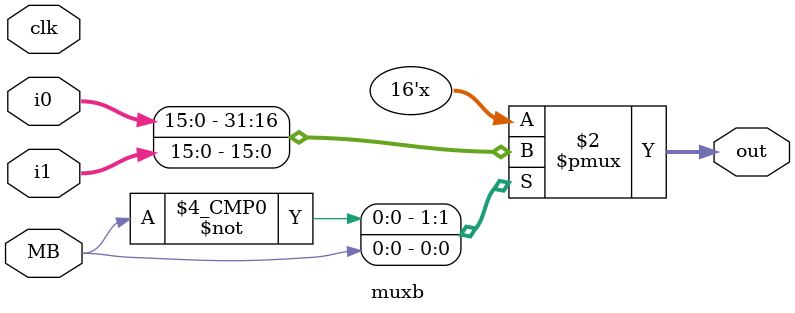
<source format=v>
`timescale 1ns / 1ps
module muxb(
input [15:0] i0,
input [15:0] i1,
input MB,
input clk,
output reg [15:0] out
);


always@(clk or MB or i0 or i1)
begin case(MB)
0 : out <= i0;
1 : out <= i1;
endcase end
endmodule
</source>
